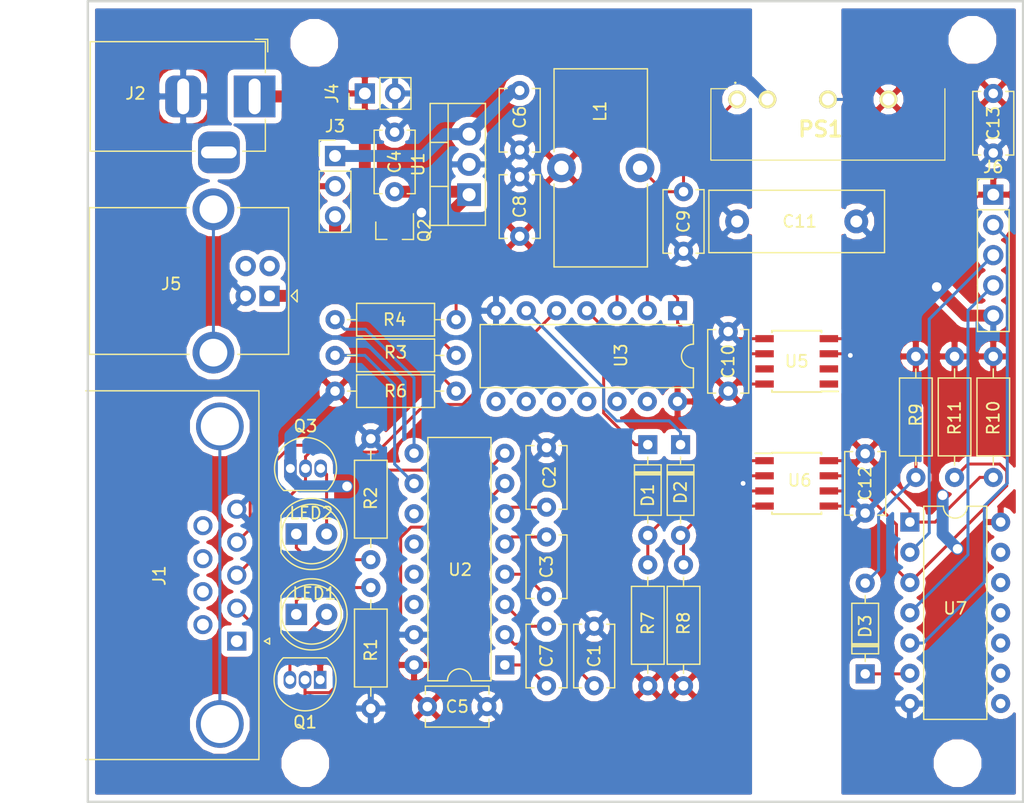
<source format=kicad_pcb>
(kicad_pcb (version 20171130) (host pcbnew 5.0.2+dfsg1-1)
  (layers (0 F.Cu signal) (31 B.Cu signal) (34 B.Paste user) (35 F.Paste user) (36 B.SilkS user) (37 F.SilkS user) (38 B.Mask user) (39 F.Mask user) (44 Edge.Cuts user))
  (net 0 "")
  (net 1 GND)
  (net 2 "Net-(C1-Pad2)")
  (net 3 "Net-(C2-Pad2)")
  (net 4 "Net-(C3-Pad2)")
  (net 5 "Net-(C3-Pad1)")
  (net 6 BJ_PWR)
  (net 7 "Net-(C7-Pad2)")
  (net 8 "Net-(C7-Pad1)")
  (net 9 "Net-(C9-Pad1)")
  (net 10 GNDA)
  (net 11 +5VA)
  (net 12 "Net-(D1-Pad1)")
  (net 13 "Net-(D1-Pad2)")
  (net 14 "Net-(D2-Pad1)")
  (net 15 "Net-(D2-Pad2)")
  (net 16 "Net-(D3-Pad2)")
  (net 17 "Net-(D3-Pad1)")
  (net 18 "Net-(J1-Pad1)")
  (net 19 "Net-(J1-Pad2)")
  (net 20 "Net-(J1-Pad3)")
  (net 21 DTR)
  (net 22 "Net-(J1-Pad6)")
  (net 23 "Net-(J1-Pad7)")
  (net 24 "Net-(J1-Pad8)")
  (net 25 "Net-(J1-Pad9)")
  (net 26 "Net-(J1-Pad0)")
  (net 27 "Net-(J2-Pad1)")
  (net 28 USB_PWR)
  (net 29 "Net-(J5-Pad2)")
  (net 30 "Net-(J5-Pad3)")
  (net 31 "Net-(J5-Pad5)")
  (net 32 RX)
  (net 33 TX)
  (net 34 RST)
  (net 35 "Net-(LED1-Pad2)")
  (net 36 "Net-(LED1-Pad1)")
  (net 37 "Net-(LED2-Pad1)")
  (net 38 "Net-(LED2-Pad2)")
  (net 39 uartRX)
  (net 40 "Net-(R3-Pad1)")
  (net 41 "Net-(R4-Pad1)")
  (net 42 uartTX)
  (net 43 "Net-(R6-Pad2)")
  (net 44 "Net-(R10-Pad1)")
  (net 45 "Net-(R11-Pad1)")
  (net 46 "Net-(U2-Pad11)")
  (net 47 "Net-(U2-Pad12)")
  (net 48 "Net-(U2-Pad13)")
  (net 49 "Net-(U2-Pad14)")
  (net 50 "Net-(U5-Pad1)")
  (net 51 "Net-(U5-Pad2)")
  (net 52 "Net-(U5-Pad7)")
  (net 53 "Net-(C4-Pad1)")
  (net 54 +5V)
  (module MountingHole:MountingHole_3mm (layer F.Cu) (at 108.25 44.5)
    (fp_text reference "" hide)
    (fp_text value MountingHole_3mm)
    (pad 1 np_thru_hole circle (at 0 0) (size 3 3) (drill 3) (layers *.Cu *.Mask))
  )
  (module MountingHole:MountingHole_3mm (layer F.Cu) (at 52.25 105.25)
    (fp_text reference "" hide)
    (fp_text value MountingHole_3mm)
    (pad 1 np_thru_hole circle (at 0 0) (size 3 3) (drill 3) (layers *.Cu *.Mask))
  )
  (module MountingHole:MountingHole_3mm (layer F.Cu) (at 53 44.75)
    (fp_text reference "" hide)
    (fp_text value MountingHole_3mm)
    (pad 1 np_thru_hole circle (at 0 0) (size 3 3) (drill 3) (layers *.Cu *.Mask))
  )
  (module B0505LS-1WR3:B0505LS1WR3 (layer F.Cu) (at 88.5 49.5)
    (fp_text reference PS1 (at 7 2.5) (layer F.SilkS) (effects (font (size 1.27 1.27) (thickness 0.254))))
    (fp_text value B0505LS-1WR3 hide)
    (pad 6 thru_hole circle (at 12.7 0 90) (size 1.5 1.5) (drill 1) (layers *.Cu *.Mask F.SilkS) (net 11 +5VA))
    (pad 4 thru_hole circle (at 7.62 0 90) (size 1.5 1.5) (drill 1) (layers *.Cu *.Mask F.SilkS) (net 10 GNDA))
    (pad 2 thru_hole circle (at 2.54 0 90) (size 1.5 1.5) (drill 1) (layers *.Cu *.Mask F.SilkS) (net 1 GND))
    (pad 1 thru_hole circle (at 0 0 90) (size 1.5 1.5) (drill 1) (layers *.Cu *.Mask F.SilkS) (net 9 "Net-(C9-Pad1)"))
  )
  (module Diode_THT:D_DO-35_SOD27_P7.62mm_Horizontal (layer F.Cu) (at 83.75 78.5 270)
    (fp_text reference D2 (at 4 0 270) (layer F.SilkS))
    (fp_text value 1N4148)
    (fp_text user "" (at 0 -1.8 270) (layer F.SilkS))
    (pad 2 thru_hole oval (at 7.62 0 270) (size 1.6 1.6) (drill 0.8) (layers *.Cu *.Mask) (net 15 "Net-(D2-Pad2)"))
    (pad 1 thru_hole rect (at 0 0 270) (size 1.6 1.6) (drill 0.8) (layers *.Cu *.Mask) (net 14 "Net-(D2-Pad1)"))
  )
  (module Capacitor_THT:C_Disc_D5.1mm_W3.2mm_P5.00mm (layer F.Cu) (at 76.5 93.75 270)
    (fp_text reference C1 (at 2.5 0 270) (layer F.SilkS))
    (fp_text value 1uF)
    (pad 1 thru_hole circle (at 0 0 270) (size 1.6 1.6) (drill 0.8) (layers *.Cu *.Mask) (net 1 GND))
    (pad 2 thru_hole circle (at 5 0 270) (size 1.6 1.6) (drill 0.8) (layers *.Cu *.Mask) (net 2 "Net-(C1-Pad2)"))
  )
  (module Capacitor_THT:C_Disc_D5.1mm_W3.2mm_P5.00mm (layer F.Cu) (at 72.5 78.75 270)
    (fp_text reference C2 (at 2.5 -0.25 270) (layer F.SilkS))
    (fp_text value 1uF)
    (pad 2 thru_hole circle (at 5 0 270) (size 1.6 1.6) (drill 0.8) (layers *.Cu *.Mask) (net 3 "Net-(C2-Pad2)"))
    (pad 1 thru_hole circle (at 0 0 270) (size 1.6 1.6) (drill 0.8) (layers *.Cu *.Mask) (net 1 GND))
  )
  (module Capacitor_THT:C_Disc_D5.1mm_W3.2mm_P5.00mm (layer F.Cu) (at 72.5 91.25 90)
    (fp_text reference C3 (at 2.5 0 90) (layer F.SilkS))
    (fp_text value 1uF)
    (pad 2 thru_hole circle (at 5 0 90) (size 1.6 1.6) (drill 0.8) (layers *.Cu *.Mask) (net 4 "Net-(C3-Pad2)"))
    (pad 1 thru_hole circle (at 0 0 90) (size 1.6 1.6) (drill 0.8) (layers *.Cu *.Mask) (net 5 "Net-(C3-Pad1)"))
  )
  (module Capacitor_THT:C_Disc_D5.1mm_W3.2mm_P5.00mm (layer F.Cu) (at 59.75 57.25 90)
    (fp_text reference C4 (at 2.5 0 90) (layer F.SilkS))
    (fp_text value 0.22uF)
    (pad 2 thru_hole circle (at 5 0 90) (size 1.6 1.6) (drill 0.8) (layers *.Cu *.Mask) (net 1 GND))
    (pad 1 thru_hole circle (at 0 0 90) (size 1.6 1.6) (drill 0.8) (layers *.Cu *.Mask) (net 53 "Net-(C4-Pad1)"))
  )
  (module Capacitor_THT:C_Disc_D5.1mm_W3.2mm_P5.00mm (layer F.Cu) (at 67.5 100.5 180)
    (fp_text reference C5 (at 2.5 0 180) (layer F.SilkS))
    (fp_text value 1uF)
    (pad 1 thru_hole circle (at 0 0 180) (size 1.6 1.6) (drill 0.8) (layers *.Cu *.Mask) (net 1 GND))
    (pad 2 thru_hole circle (at 5 0 180) (size 1.6 1.6) (drill 0.8) (layers *.Cu *.Mask) (net 54 +5V))
  )
  (module Capacitor_THT:C_Disc_D5.1mm_W3.2mm_P5.00mm (layer F.Cu) (at 70.25 48.75 270)
    (fp_text reference C6 (at 2.25 0 270) (layer F.SilkS))
    (fp_text value 0.1uF)
    (pad 1 thru_hole circle (at 0 0 270) (size 1.6 1.6) (drill 0.8) (layers *.Cu *.Mask) (net 6 BJ_PWR))
    (pad 2 thru_hole circle (at 5 0 270) (size 1.6 1.6) (drill 0.8) (layers *.Cu *.Mask) (net 1 GND))
  )
  (module Capacitor_THT:C_Disc_D5.1mm_W3.2mm_P5.00mm (layer F.Cu) (at 72.5 98.75 90)
    (fp_text reference C7 (at 2.5 0 90) (layer F.SilkS))
    (fp_text value 1uF)
    (pad 2 thru_hole circle (at 5 0 90) (size 1.6 1.6) (drill 0.8) (layers *.Cu *.Mask) (net 7 "Net-(C7-Pad2)"))
    (pad 1 thru_hole circle (at 0 0 90) (size 1.6 1.6) (drill 0.8) (layers *.Cu *.Mask) (net 8 "Net-(C7-Pad1)"))
  )
  (module Capacitor_THT:C_Disc_D5.1mm_W3.2mm_P5.00mm (layer F.Cu) (at 70.25 61 90)
    (fp_text reference C8 (at 2.5 0 90) (layer F.SilkS))
    (fp_text value 4.7uF)
    (pad 1 thru_hole circle (at 0 0 90) (size 1.6 1.6) (drill 0.8) (layers *.Cu *.Mask) (net 54 +5V))
    (pad 2 thru_hole circle (at 5 0 90) (size 1.6 1.6) (drill 0.8) (layers *.Cu *.Mask) (net 1 GND))
  )
  (module Capacitor_THT:C_Disc_D5.1mm_W3.2mm_P5.00mm (layer F.Cu) (at 84 57.25 270)
    (fp_text reference C9 (at 2.5 0 270) (layer F.SilkS))
    (fp_text value 4.7uF)
    (pad 1 thru_hole circle (at 0 0 270) (size 1.6 1.6) (drill 0.8) (layers *.Cu *.Mask) (net 9 "Net-(C9-Pad1)"))
    (pad 2 thru_hole circle (at 5 0 270) (size 1.6 1.6) (drill 0.8) (layers *.Cu *.Mask) (net 1 GND))
  )
  (module Capacitor_THT:C_Disc_D5.1mm_W3.2mm_P5.00mm (layer F.Cu) (at 87.75 69 270)
    (fp_text reference C10 (at 2.5 0 270) (layer F.SilkS))
    (fp_text value 0.1uF)
    (pad 2 thru_hole circle (at 5 0 270) (size 1.6 1.6) (drill 0.8) (layers *.Cu *.Mask) (net 54 +5V))
    (pad 1 thru_hole circle (at 0 0 270) (size 1.6 1.6) (drill 0.8) (layers *.Cu *.Mask) (net 1 GND))
  )
  (module Capacitor_THT:C_Disc_D14.5mm_W5.0mm_P10.00mm (layer F.Cu) (at 88.5 59.75)
    (fp_text reference C11 (at 5.25 0) (layer F.SilkS))
    (fp_text value 1nF/4KVDC)
    (pad 1 thru_hole circle (at 0 0) (size 2 2) (drill 1) (layers *.Cu *.Mask) (net 1 GND))
    (pad 2 thru_hole circle (at 10 0) (size 2 2) (drill 1) (layers *.Cu *.Mask) (net 10 GNDA))
  )
  (module Capacitor_THT:C_Disc_D5.1mm_W3.2mm_P5.00mm (layer F.Cu) (at 99.25 79.25 270)
    (fp_text reference C12 (at 2.5 0 270) (layer F.SilkS))
    (fp_text value 0.1uF)
    (pad 1 thru_hole circle (at 0 0 270) (size 1.6 1.6) (drill 0.8) (layers *.Cu *.Mask) (net 11 +5VA))
    (pad 2 thru_hole circle (at 5 0 270) (size 1.6 1.6) (drill 0.8) (layers *.Cu *.Mask) (net 10 GNDA))
  )
  (module Capacitor_THT:C_Disc_D5.1mm_W3.2mm_P5.00mm (layer F.Cu) (at 110 49 270)
    (fp_text reference C13 (at 2.5 0 270) (layer F.SilkS))
    (fp_text value 4.7uF)
    (pad 2 thru_hole circle (at 5 0 270) (size 1.6 1.6) (drill 0.8) (layers *.Cu *.Mask) (net 10 GNDA))
    (pad 1 thru_hole circle (at 0 0 270) (size 1.6 1.6) (drill 0.8) (layers *.Cu *.Mask) (net 11 +5VA))
  )
  (module Diode_THT:D_DO-35_SOD27_P7.62mm_Horizontal (layer F.Cu) (at 81 78.5 270)
    (fp_text reference D1 (at 4.25 0 270) (layer F.SilkS))
    (fp_text value 1N4148)
    (fp_text user "" (at 0 -1.8 270) (layer F.SilkS))
    (pad 1 thru_hole rect (at 0 0 270) (size 1.6 1.6) (drill 0.8) (layers *.Cu *.Mask) (net 12 "Net-(D1-Pad1)"))
    (pad 2 thru_hole oval (at 7.62 0 270) (size 1.6 1.6) (drill 0.8) (layers *.Cu *.Mask) (net 13 "Net-(D1-Pad2)"))
  )
  (module Diode_THT:D_DO-35_SOD27_P7.62mm_Horizontal (layer F.Cu) (at 99.25 97.75 90)
    (fp_text reference D3 (at 4 0 90) (layer F.SilkS))
    (fp_text value 1N4148)
    (fp_text user "" (at 0 -1.8 90) (layer F.SilkS))
    (pad 1 thru_hole rect (at 0 0 90) (size 1.6 1.6) (drill 0.8) (layers *.Cu *.Mask) (net 17 "Net-(D3-Pad1)"))
    (pad 2 thru_hole oval (at 7.62 0 90) (size 1.6 1.6) (drill 0.8) (layers *.Cu *.Mask) (net 16 "Net-(D3-Pad2)"))
  )
  (module Connector_Dsub:DSUB-9_Female_Horizontal_P2.77x2.84mm_EdgePinOffset9.90mm_Housed_MountingHolesOffset11.32mm (layer F.Cu) (at 46.5 95 270)
    (fp_text reference J1 (at -5.5 6.5 270) (layer F.SilkS))
    (fp_text value DB9_Female_MountingHoles)
    (pad 1 thru_hole rect (at 0 0 270) (size 1.6 1.6) (drill 1) (layers *.Cu *.Mask) (net 18 "Net-(J1-Pad1)"))
    (pad 2 thru_hole circle (at -2.77 0 270) (size 1.6 1.6) (drill 1) (layers *.Cu *.Mask) (net 19 "Net-(J1-Pad2)"))
    (pad 3 thru_hole circle (at -5.54 0 270) (size 1.6 1.6) (drill 1) (layers *.Cu *.Mask) (net 20 "Net-(J1-Pad3)"))
    (pad 4 thru_hole circle (at -8.31 0 270) (size 1.6 1.6) (drill 1) (layers *.Cu *.Mask) (net 21 DTR))
    (pad 5 thru_hole circle (at -11.08 0 270) (size 1.6 1.6) (drill 1) (layers *.Cu *.Mask) (net 1 GND))
    (pad 6 thru_hole circle (at -1.385 2.84 270) (size 1.6 1.6) (drill 1) (layers *.Cu *.Mask) (net 22 "Net-(J1-Pad6)"))
    (pad 7 thru_hole circle (at -4.155 2.84 270) (size 1.6 1.6) (drill 1) (layers *.Cu *.Mask) (net 23 "Net-(J1-Pad7)"))
    (pad 8 thru_hole circle (at -6.925 2.84 270) (size 1.6 1.6) (drill 1) (layers *.Cu *.Mask) (net 24 "Net-(J1-Pad8)"))
    (pad 9 thru_hole circle (at -9.695 2.84 270) (size 1.6 1.6) (drill 1) (layers *.Cu *.Mask) (net 25 "Net-(J1-Pad9)"))
    (pad 0 thru_hole circle (at -18.04 1.42 270) (size 4 4) (drill 3.2) (layers *.Cu *.Mask) (net 26 "Net-(J1-Pad0)"))
    (pad 0 thru_hole circle (at 6.96 1.42 270) (size 4 4) (drill 3.2) (layers *.Cu *.Mask) (net 26 "Net-(J1-Pad0)"))
  )
  (module Connector_BarrelJack:BarrelJack_Horizontal (layer F.Cu) (at 48 49.25)
    (fp_text reference J2 (at -10 -0.25) (layer F.SilkS))
    (fp_text value Barrel_Jack)
    (pad 1 thru_hole rect (at 0 0) (size 3.5 3.5) (drill oval 1 3) (layers *.Cu *.Mask) (net 27 "Net-(J2-Pad1)"))
    (pad 2 thru_hole roundrect (at -6 0) (size 3 3.5) (drill oval 1 3) (layers *.Cu *.Mask) (net 1 GND))
    (pad 3 thru_hole roundrect (at -3 4.7) (size 3.5 3.5) (drill oval 3 1) (layers *.Cu *.Mask))
  )
  (module Connector_PinHeader_2.54mm:PinHeader_1x03_P2.54mm_Vertical (layer F.Cu) (at 54.75 54.25)
    (fp_text reference J3 (at 0 -2.5) (layer F.SilkS))
    (fp_text value Conn_01x03_Male)
    (pad 1 thru_hole rect (at 0 0) (size 1.7 1.7) (drill 1) (layers *.Cu *.Mask) (net 6 BJ_PWR))
    (pad 2 thru_hole oval (at 0 2.54) (size 1.7 1.7) (drill 1) (layers *.Cu *.Mask) (net 54 +5V))
    (pad 3 thru_hole oval (at 0 5.08) (size 1.7 1.7) (drill 1) (layers *.Cu *.Mask) (net 28 USB_PWR))
  )
  (module Connector_PinHeader_2.54mm:PinHeader_1x02_P2.54mm_Vertical (layer F.Cu) (at 57.25 49 90)
    (fp_text reference J4 (at 0 -2.75 90) (layer F.SilkS))
    (fp_text value Conn_01x02_Male)
    (pad 1 thru_hole rect (at 0 0 90) (size 1.7 1.7) (drill 1) (layers *.Cu *.Mask) (net 54 +5V))
    (pad 2 thru_hole oval (at 0 2.54 90) (size 1.7 1.7) (drill 1) (layers *.Cu *.Mask) (net 1 GND))
  )
  (module Connector_USB:USB_B_OST_USB-B1HSxx_Horizontal (layer F.Cu) (at 49.25 66 180)
    (fp_text reference J5 (at 8.25 1 180) (layer F.SilkS))
    (fp_text value USB_B)
    (pad 1 thru_hole rect (at 0 0 180) (size 1.7 1.7) (drill 0.92) (layers *.Cu *.Mask) (net 28 USB_PWR))
    (pad 2 thru_hole circle (at 0 2.5 180) (size 1.7 1.7) (drill 0.92) (layers *.Cu *.Mask) (net 29 "Net-(J5-Pad2)"))
    (pad 3 thru_hole circle (at 2 2.5 180) (size 1.7 1.7) (drill 0.92) (layers *.Cu *.Mask) (net 30 "Net-(J5-Pad3)"))
    (pad 4 thru_hole circle (at 2 0 180) (size 1.7 1.7) (drill 0.92) (layers *.Cu *.Mask) (net 1 GND))
    (pad 5 thru_hole circle (at 4.71 -4.77 180) (size 3.5 3.5) (drill 2.33) (layers *.Cu *.Mask) (net 31 "Net-(J5-Pad5)"))
    (pad 5 thru_hole circle (at 4.71 7.27 180) (size 3.5 3.5) (drill 2.33) (layers *.Cu *.Mask) (net 31 "Net-(J5-Pad5)"))
  )
  (module Connector_PinHeader_2.54mm:PinHeader_1x05_P2.54mm_Vertical (layer F.Cu) (at 110 57.5)
    (fp_text reference J6 (at 0 -2.33) (layer F.SilkS))
    (fp_text value Conn_01x05_Male)
    (pad 1 thru_hole rect (at 0 0) (size 1.7 1.7) (drill 1) (layers *.Cu *.Mask) (net 11 +5VA))
    (pad 2 thru_hole oval (at 0 2.54) (size 1.7 1.7) (drill 1) (layers *.Cu *.Mask) (net 32 RX))
    (pad 3 thru_hole oval (at 0 5.08) (size 1.7 1.7) (drill 1) (layers *.Cu *.Mask) (net 33 TX))
    (pad 4 thru_hole oval (at 0 7.62) (size 1.7 1.7) (drill 1) (layers *.Cu *.Mask) (net 34 RST))
    (pad 5 thru_hole oval (at 0 10.16) (size 1.7 1.7) (drill 1) (layers *.Cu *.Mask) (net 10 GNDA))
  )
  (module Inductor_THT:L_Toroid_Vertical_L16.4mm_W7.6mm_P6.60mm_Vishay_TJ3 (layer F.Cu) (at 73.75 55.25 90)
    (fp_text reference L1 (at 4.75 3.25 90) (layer F.SilkS))
    (fp_text value 6.8uH)
    (pad 1 thru_hole circle (at 0 0 90) (size 2.4 2.4) (drill 1.2) (layers *.Cu *.Mask) (net 54 +5V))
    (pad 2 thru_hole circle (at 0 6.6 90) (size 2.4 2.4) (drill 1.2) (layers *.Cu *.Mask) (net 9 "Net-(C9-Pad1)"))
  )
  (module LED_THT:LED_D5.0mm (layer F.Cu) (at 51.5 92.75)
    (fp_text reference LED1 (at 1.5 -1.75) (layer F.SilkS))
    (fp_text value LED)
    (pad 1 thru_hole rect (at 0 0) (size 1.8 1.8) (drill 0.9) (layers *.Cu *.Mask) (net 36 "Net-(LED1-Pad1)"))
    (pad 2 thru_hole circle (at 2.54 0) (size 1.8 1.8) (drill 0.9) (layers *.Cu *.Mask) (net 35 "Net-(LED1-Pad2)"))
  )
  (module LED_THT:LED_D5.0mm (layer F.Cu) (at 51.5 86)
    (fp_text reference LED2 (at 1.25 -1.75) (layer F.SilkS))
    (fp_text value LED)
    (pad 2 thru_hole circle (at 2.54 0) (size 1.8 1.8) (drill 0.9) (layers *.Cu *.Mask) (net 38 "Net-(LED2-Pad2)"))
    (pad 1 thru_hole rect (at 0 0) (size 1.8 1.8) (drill 0.9) (layers *.Cu *.Mask) (net 37 "Net-(LED2-Pad1)"))
  )
  (module Package_TO_SOT_THT:TO-92_Inline (layer F.Cu) (at 53.5 98.25 180)
    (fp_text reference Q1 (at 1.27 -3.56 180) (layer F.SilkS))
    (fp_text value 2N3905)
    (pad 2 thru_hole oval (at 1.27 0 180) (size 1.05 1.5) (drill 0.75) (layers *.Cu *.Mask) (net 19 "Net-(J1-Pad2)"))
    (pad 3 thru_hole oval (at 2.54 0 180) (size 1.05 1.5) (drill 0.75) (layers *.Cu *.Mask) (net 35 "Net-(LED1-Pad2)"))
    (pad 1 thru_hole rect (at 0 0 180) (size 1.05 1.5) (drill 0.75) (layers *.Cu *.Mask) (net 54 +5V))
  )
  (module Package_TO_SOT_SMD:SOT-23 (layer F.Cu) (at 59.75 60.5 270)
    (fp_text reference Q2 (at 0 -2.5 270) (layer F.SilkS))
    (fp_text value AO3407A)
    (pad 1 smd rect (at -1 -0.95 270) (size 0.9 0.8) (layers F.Cu F.Paste F.Mask) (net 1 GND))
    (pad 2 smd rect (at -1 0.95 270) (size 0.9 0.8) (layers F.Cu F.Paste F.Mask) (net 27 "Net-(J2-Pad1)"))
    (pad 3 smd rect (at 1 0 270) (size 0.9 0.8) (layers F.Cu F.Paste F.Mask) (net 53 "Net-(C4-Pad1)"))
  )
  (module Package_TO_SOT_THT:TO-92_Inline (layer F.Cu) (at 51 80.5)
    (fp_text reference Q3 (at 1.27 -3.56) (layer F.SilkS))
    (fp_text value 2N3905)
    (pad 1 thru_hole rect (at 0 0) (size 1.05 1.5) (drill 0.75) (layers *.Cu *.Mask) (net 54 +5V))
    (pad 3 thru_hole oval (at 2.54 0) (size 1.05 1.5) (drill 0.75) (layers *.Cu *.Mask) (net 38 "Net-(LED2-Pad2)"))
    (pad 2 thru_hole oval (at 1.27 0) (size 1.05 1.5) (drill 0.75) (layers *.Cu *.Mask) (net 20 "Net-(J1-Pad3)"))
  )
  (module Resistor_THT:R_Axial_DIN0207_L6.3mm_D2.5mm_P10.16mm_Horizontal (layer F.Cu) (at 57.75 90.5 270)
    (fp_text reference R1 (at 5.25 0 270) (layer F.SilkS))
    (fp_text value 220)
    (pad 2 thru_hole oval (at 10.16 0 270) (size 1.6 1.6) (drill 0.8) (layers *.Cu *.Mask) (net 1 GND))
    (pad 1 thru_hole circle (at 0 0 270) (size 1.6 1.6) (drill 0.8) (layers *.Cu *.Mask) (net 36 "Net-(LED1-Pad1)"))
  )
  (module Resistor_THT:R_Axial_DIN0207_L6.3mm_D2.5mm_P10.16mm_Horizontal (layer F.Cu) (at 57.75 78 270)
    (fp_text reference R2 (at 5 0 270) (layer F.SilkS))
    (fp_text value 220)
    (pad 1 thru_hole circle (at 0 0 270) (size 1.6 1.6) (drill 0.8) (layers *.Cu *.Mask) (net 1 GND))
    (pad 2 thru_hole oval (at 10.16 0 270) (size 1.6 1.6) (drill 0.8) (layers *.Cu *.Mask) (net 37 "Net-(LED2-Pad1)"))
  )
  (module Resistor_THT:R_Axial_DIN0207_L6.3mm_D2.5mm_P10.16mm_Horizontal (layer F.Cu) (at 54.75 71)
    (fp_text reference R3 (at 5.08 -0.25) (layer F.SilkS))
    (fp_text value 1k)
    (pad 2 thru_hole oval (at 10.16 0) (size 1.6 1.6) (drill 0.8) (layers *.Cu *.Mask) (net 39 uartRX))
    (pad 1 thru_hole circle (at 0 0) (size 1.6 1.6) (drill 0.8) (layers *.Cu *.Mask) (net 40 "Net-(R3-Pad1)"))
  )
  (module Resistor_THT:R_Axial_DIN0207_L6.3mm_D2.5mm_P10.16mm_Horizontal (layer F.Cu) (at 54.75 68)
    (fp_text reference R4 (at 5 0) (layer F.SilkS))
    (fp_text value 1k)
    (pad 1 thru_hole circle (at 0 0) (size 1.6 1.6) (drill 0.8) (layers *.Cu *.Mask) (net 41 "Net-(R4-Pad1)"))
    (pad 2 thru_hole oval (at 10.16 0) (size 1.6 1.6) (drill 0.8) (layers *.Cu *.Mask) (net 42 uartTX))
  )
  (module Resistor_THT:R_Axial_DIN0207_L6.3mm_D2.5mm_P10.16mm_Horizontal (layer F.Cu) (at 54.75 74)
    (fp_text reference R6 (at 5.08 0) (layer F.SilkS))
    (fp_text value 390)
    (pad 1 thru_hole circle (at 0 0) (size 1.6 1.6) (drill 0.8) (layers *.Cu *.Mask) (net 54 +5V))
    (pad 2 thru_hole oval (at 10.16 0) (size 1.6 1.6) (drill 0.8) (layers *.Cu *.Mask) (net 43 "Net-(R6-Pad2)"))
  )
  (module Resistor_THT:R_Axial_DIN0207_L6.3mm_D2.5mm_P10.16mm_Horizontal (layer F.Cu) (at 81 98.75 90)
    (fp_text reference R7 (at 5.25 0 90) (layer F.SilkS))
    (fp_text value 470)
    (pad 2 thru_hole oval (at 10.16 0 90) (size 1.6 1.6) (drill 0.8) (layers *.Cu *.Mask) (net 13 "Net-(D1-Pad2)"))
    (pad 1 thru_hole circle (at 0 0 90) (size 1.6 1.6) (drill 0.8) (layers *.Cu *.Mask) (net 54 +5V))
  )
  (module Resistor_THT:R_Axial_DIN0207_L6.3mm_D2.5mm_P10.16mm_Horizontal (layer F.Cu) (at 84 98.75 90)
    (fp_text reference R8 (at 5.25 0 90) (layer F.SilkS))
    (fp_text value 470)
    (pad 1 thru_hole circle (at 0 0 90) (size 1.6 1.6) (drill 0.8) (layers *.Cu *.Mask) (net 54 +5V))
    (pad 2 thru_hole oval (at 10.16 0 90) (size 1.6 1.6) (drill 0.8) (layers *.Cu *.Mask) (net 15 "Net-(D2-Pad2)"))
  )
  (module Resistor_THT:R_Axial_DIN0207_L6.3mm_D2.5mm_P10.16mm_Horizontal (layer F.Cu) (at 103.5 81.25 90)
    (fp_text reference R9 (at 5.25 0 90) (layer F.SilkS))
    (fp_text value 470)
    (pad 2 thru_hole oval (at 10.16 0 90) (size 1.6 1.6) (drill 0.8) (layers *.Cu *.Mask) (net 11 +5VA))
    (pad 1 thru_hole circle (at 0 0 90) (size 1.6 1.6) (drill 0.8) (layers *.Cu *.Mask) (net 16 "Net-(D3-Pad2)"))
  )
  (module Resistor_THT:R_Axial_DIN0207_L6.3mm_D2.5mm_P10.16mm_Horizontal (layer F.Cu) (at 110 81.25 90)
    (fp_text reference R10 (at 5 0 90) (layer F.SilkS))
    (fp_text value 390)
    (pad 2 thru_hole oval (at 10.16 0 90) (size 1.6 1.6) (drill 0.8) (layers *.Cu *.Mask) (net 11 +5VA))
    (pad 1 thru_hole circle (at 0 0 90) (size 1.6 1.6) (drill 0.8) (layers *.Cu *.Mask) (net 44 "Net-(R10-Pad1)"))
  )
  (module Resistor_THT:R_Axial_DIN0207_L6.3mm_D2.5mm_P10.16mm_Horizontal (layer F.Cu) (at 106.75 81.25 90)
    (fp_text reference R11 (at 5 0 90) (layer F.SilkS))
    (fp_text value 390)
    (pad 1 thru_hole circle (at 0 0 90) (size 1.6 1.6) (drill 0.8) (layers *.Cu *.Mask) (net 45 "Net-(R11-Pad1)"))
    (pad 2 thru_hole oval (at 10.16 0 90) (size 1.6 1.6) (drill 0.8) (layers *.Cu *.Mask) (net 11 +5VA))
  )
  (module Package_TO_SOT_THT:TO-220-3_Vertical (layer F.Cu) (at 66 57.5 90)
    (fp_text reference U1 (at 2.54 -4.27 90) (layer F.SilkS))
    (fp_text value L7805)
    (pad 1 thru_hole rect (at 0 0 90) (size 1.905 2) (drill 1.1) (layers *.Cu *.Mask) (net 53 "Net-(C4-Pad1)"))
    (pad 2 thru_hole oval (at 2.54 0 90) (size 1.905 2) (drill 1.1) (layers *.Cu *.Mask) (net 1 GND))
    (pad 3 thru_hole oval (at 5.08 0 90) (size 1.905 2) (drill 1.1) (layers *.Cu *.Mask) (net 6 BJ_PWR))
  )
  (module Package_DIP:DIP-16_W7.62mm (layer F.Cu) (at 69 97 180)
    (fp_text reference U2 (at 3.75 8 180) (layer F.SilkS))
    (fp_text value MAX232)
    (pad 1 thru_hole rect (at 0 0 180) (size 1.6 1.6) (drill 0.8) (layers *.Cu *.Mask) (net 8 "Net-(C7-Pad1)"))
    (pad 9 thru_hole oval (at 7.62 17.78 180) (size 1.6 1.6) (drill 0.8) (layers *.Cu *.Mask) (net 41 "Net-(R4-Pad1)"))
    (pad 2 thru_hole oval (at 0 2.54 180) (size 1.6 1.6) (drill 0.8) (layers *.Cu *.Mask) (net 2 "Net-(C1-Pad2)"))
    (pad 10 thru_hole oval (at 7.62 15.24 180) (size 1.6 1.6) (drill 0.8) (layers *.Cu *.Mask) (net 40 "Net-(R3-Pad1)"))
    (pad 3 thru_hole oval (at 0 5.08 180) (size 1.6 1.6) (drill 0.8) (layers *.Cu *.Mask) (net 7 "Net-(C7-Pad2)"))
    (pad 11 thru_hole oval (at 7.62 12.7 180) (size 1.6 1.6) (drill 0.8) (layers *.Cu *.Mask) (net 46 "Net-(U2-Pad11)"))
    (pad 4 thru_hole oval (at 0 7.62 180) (size 1.6 1.6) (drill 0.8) (layers *.Cu *.Mask) (net 5 "Net-(C3-Pad1)"))
    (pad 12 thru_hole oval (at 7.62 10.16 180) (size 1.6 1.6) (drill 0.8) (layers *.Cu *.Mask) (net 47 "Net-(U2-Pad12)"))
    (pad 5 thru_hole oval (at 0 10.16 180) (size 1.6 1.6) (drill 0.8) (layers *.Cu *.Mask) (net 4 "Net-(C3-Pad2)"))
    (pad 13 thru_hole oval (at 7.62 7.62 180) (size 1.6 1.6) (drill 0.8) (layers *.Cu *.Mask) (net 48 "Net-(U2-Pad13)"))
    (pad 6 thru_hole oval (at 0 12.7 180) (size 1.6 1.6) (drill 0.8) (layers *.Cu *.Mask) (net 3 "Net-(C2-Pad2)"))
    (pad 14 thru_hole oval (at 7.62 5.08 180) (size 1.6 1.6) (drill 0.8) (layers *.Cu *.Mask) (net 49 "Net-(U2-Pad14)"))
    (pad 7 thru_hole oval (at 0 15.24 180) (size 1.6 1.6) (drill 0.8) (layers *.Cu *.Mask) (net 19 "Net-(J1-Pad2)"))
    (pad 15 thru_hole oval (at 7.62 2.54 180) (size 1.6 1.6) (drill 0.8) (layers *.Cu *.Mask) (net 1 GND))
    (pad 8 thru_hole oval (at 0 17.78 180) (size 1.6 1.6) (drill 0.8) (layers *.Cu *.Mask) (net 20 "Net-(J1-Pad3)"))
    (pad 16 thru_hole oval (at 7.62 0 180) (size 1.6 1.6) (drill 0.8) (layers *.Cu *.Mask) (net 54 +5V))
  )
  (module Package_DIP:DIP-14_W7.62mm (layer F.Cu) (at 83.5 67.25 270)
    (fp_text reference U3 (at 3.75 4.75 270) (layer F.SilkS))
    (fp_text value 74HC14)
    (pad 14 thru_hole oval (at 7.62 0 270) (size 1.6 1.6) (drill 0.8) (layers *.Cu *.Mask) (net 54 +5V))
    (pad 7 thru_hole oval (at 0 15.24 270) (size 1.6 1.6) (drill 0.8) (layers *.Cu *.Mask) (net 1 GND))
    (pad 13 thru_hole oval (at 7.62 2.54 270) (size 1.6 1.6) (drill 0.8) (layers *.Cu *.Mask))
    (pad 6 thru_hole oval (at 0 12.7 270) (size 1.6 1.6) (drill 0.8) (layers *.Cu *.Mask) (net 14 "Net-(D2-Pad1)"))
    (pad 12 thru_hole oval (at 7.62 5.08 270) (size 1.6 1.6) (drill 0.8) (layers *.Cu *.Mask))
    (pad 5 thru_hole oval (at 0 10.16 270) (size 1.6 1.6) (drill 0.8) (layers *.Cu *.Mask) (net 21 DTR))
    (pad 11 thru_hole oval (at 7.62 7.62 270) (size 1.6 1.6) (drill 0.8) (layers *.Cu *.Mask))
    (pad 4 thru_hole oval (at 0 7.62 270) (size 1.6 1.6) (drill 0.8) (layers *.Cu *.Mask) (net 12 "Net-(D1-Pad1)"))
    (pad 10 thru_hole oval (at 7.62 10.16 270) (size 1.6 1.6) (drill 0.8) (layers *.Cu *.Mask))
    (pad 3 thru_hole oval (at 0 5.08 270) (size 1.6 1.6) (drill 0.8) (layers *.Cu *.Mask) (net 42 uartTX))
    (pad 9 thru_hole oval (at 7.62 12.7 270) (size 1.6 1.6) (drill 0.8) (layers *.Cu *.Mask))
    (pad 2 thru_hole oval (at 0 2.54 270) (size 1.6 1.6) (drill 0.8) (layers *.Cu *.Mask) (net 39 uartRX))
    (pad 8 thru_hole oval (at 7.62 15.24 270) (size 1.6 1.6) (drill 0.8) (layers *.Cu *.Mask))
    (pad 1 thru_hole rect (at 0 0 270) (size 1.6 1.6) (drill 0.8) (layers *.Cu *.Mask) (net 43 "Net-(R6-Pad2)"))
  )
  (module Package_SO:SOIC-8_3.9x4.9mm_P1.27mm (layer F.Cu) (at 93.5 71.5 180)
    (fp_text reference U5 (at 0 0 180) (layer F.SilkS))
    (fp_text value HCPL-0631)
    (pad 1 smd rect (at -2.7 -1.905 180) (size 1.55 0.6) (layers F.Cu F.Paste F.Mask) (net 50 "Net-(U5-Pad1)"))
    (pad 2 smd rect (at -2.7 -0.635 180) (size 1.55 0.6) (layers F.Cu F.Paste F.Mask) (net 51 "Net-(U5-Pad2)"))
    (pad 3 smd rect (at -2.7 0.635 180) (size 1.55 0.6) (layers F.Cu F.Paste F.Mask) (net 10 GNDA))
    (pad 4 smd rect (at -2.7 1.905 180) (size 1.55 0.6) (layers F.Cu F.Paste F.Mask) (net 16 "Net-(D3-Pad2)"))
    (pad 5 smd rect (at 2.7 1.905 180) (size 1.55 0.6) (layers F.Cu F.Paste F.Mask) (net 1 GND))
    (pad 6 smd rect (at 2.7 0.635 180) (size 1.55 0.6) (layers F.Cu F.Paste F.Mask) (net 43 "Net-(R6-Pad2)"))
    (pad 7 smd rect (at 2.7 -0.635 180) (size 1.55 0.6) (layers F.Cu F.Paste F.Mask) (net 52 "Net-(U5-Pad7)"))
    (pad 8 smd rect (at 2.7 -1.905 180) (size 1.55 0.6) (layers F.Cu F.Paste F.Mask) (net 54 +5V))
  )
  (module Package_SO:SOIC-8_3.9x4.9mm_P1.27mm (layer F.Cu) (at 93.5 81.75)
    (fp_text reference U6 (at 0.25 -0.25) (layer F.SilkS))
    (fp_text value HCPL-0631)
    (pad 8 smd rect (at 2.7 -1.905) (size 1.55 0.6) (layers F.Cu F.Paste F.Mask) (net 11 +5VA))
    (pad 7 smd rect (at 2.7 -0.635) (size 1.55 0.6) (layers F.Cu F.Paste F.Mask) (net 44 "Net-(R10-Pad1)"))
    (pad 6 smd rect (at 2.7 0.635) (size 1.55 0.6) (layers F.Cu F.Paste F.Mask) (net 45 "Net-(R11-Pad1)"))
    (pad 5 smd rect (at 2.7 1.905) (size 1.55 0.6) (layers F.Cu F.Paste F.Mask) (net 10 GNDA))
    (pad 4 smd rect (at -2.7 1.905) (size 1.55 0.6) (layers F.Cu F.Paste F.Mask) (net 15 "Net-(D2-Pad2)"))
    (pad 3 smd rect (at -2.7 0.635) (size 1.55 0.6) (layers F.Cu F.Paste F.Mask) (net 1 GND))
    (pad 2 smd rect (at -2.7 -0.635) (size 1.55 0.6) (layers F.Cu F.Paste F.Mask) (net 1 GND))
    (pad 1 smd rect (at -2.7 -1.905) (size 1.55 0.6) (layers F.Cu F.Paste F.Mask) (net 13 "Net-(D1-Pad2)"))
  )
  (module Package_DIP:DIP-14_W7.62mm (layer F.Cu) (at 103 85)
    (fp_text reference U7 (at 3.81 7.25) (layer F.SilkS))
    (fp_text value 74HC14)
    (pad 1 thru_hole rect (at 0 0) (size 1.6 1.6) (drill 0.8) (layers *.Cu *.Mask) (net 44 "Net-(R10-Pad1)"))
    (pad 8 thru_hole oval (at 7.62 15.24) (size 1.6 1.6) (drill 0.8) (layers *.Cu *.Mask))
    (pad 2 thru_hole oval (at 0 2.54) (size 1.6 1.6) (drill 0.8) (layers *.Cu *.Mask) (net 33 TX))
    (pad 9 thru_hole oval (at 7.62 12.7) (size 1.6 1.6) (drill 0.8) (layers *.Cu *.Mask))
    (pad 3 thru_hole oval (at 0 5.08) (size 1.6 1.6) (drill 0.8) (layers *.Cu *.Mask) (net 45 "Net-(R11-Pad1)"))
    (pad 10 thru_hole oval (at 7.62 10.16) (size 1.6 1.6) (drill 0.8) (layers *.Cu *.Mask))
    (pad 4 thru_hole oval (at 0 7.62) (size 1.6 1.6) (drill 0.8) (layers *.Cu *.Mask) (net 34 RST))
    (pad 11 thru_hole oval (at 7.62 7.62) (size 1.6 1.6) (drill 0.8) (layers *.Cu *.Mask))
    (pad 5 thru_hole oval (at 0 10.16) (size 1.6 1.6) (drill 0.8) (layers *.Cu *.Mask) (net 32 RX))
    (pad 12 thru_hole oval (at 7.62 5.08) (size 1.6 1.6) (drill 0.8) (layers *.Cu *.Mask))
    (pad 6 thru_hole oval (at 0 12.7) (size 1.6 1.6) (drill 0.8) (layers *.Cu *.Mask) (net 17 "Net-(D3-Pad1)"))
    (pad 13 thru_hole oval (at 7.62 2.54) (size 1.6 1.6) (drill 0.8) (layers *.Cu *.Mask))
    (pad 7 thru_hole oval (at 0 15.24) (size 1.6 1.6) (drill 0.8) (layers *.Cu *.Mask) (net 10 GNDA))
    (pad 14 thru_hole oval (at 7.62 0) (size 1.6 1.6) (drill 0.8) (layers *.Cu *.Mask) (net 11 +5VA))
  )
  (module MountingHole:MountingHole_3mm (layer F.Cu) (at 107 105.25)
    (fp_text reference "" hide)
    (fp_text value MountingHole_3mm)
    (pad 1 np_thru_hole circle (at 0 0) (size 3 3) (drill 3) (layers *.Cu *.Mask))
  )
  (gr_line (start 34 108.5) (end 34 41.25) (layer Edge.Cuts) (width 0.2))
  (gr_line (start 112.5 108.5) (end 34 108.5) (layer Edge.Cuts) (width 0.2))
  (gr_line (start 112.5 41.25) (end 112.5 108.5) (layer Edge.Cuts) (width 0.2))
  (gr_line (start 34 41.25) (end 112.5 41.25) (layer Edge.Cuts) (width 0.2))
  (via (at 62 59) (size 1) (drill 0.8) (layers F.Cu B.Cu) (net 1))
  (segment (start 61.5 59.5) (end 62 59) (width 1) (layer F.Cu) (net 1))
  (segment (start 60.7 59.5) (end 61.5 59.5) (width 1) (layer F.Cu) (net 1))
  (segment (start 90.290001 48.750001) (end 89.750001 48.750001) (width 0.25) (layer B.Cu) (net 1))
  (segment (start 91.04 49.5) (end 90.290001 48.750001) (width 0.25) (layer B.Cu) (net 1))
  (segment (start 88.345 69.595) (end 87.75 69) (width 0.25) (layer F.Cu) (net 1))
  (segment (start 90.8 69.595) (end 88.345 69.595) (width 0.25) (layer F.Cu) (net 1))
  (via (at 89 81.75) (size 0.8) (drill 0.4) (layers F.Cu B.Cu) (net 1))
  (segment (start 89.635 82.385) (end 89 81.75) (width 0.25) (layer F.Cu) (net 1))
  (segment (start 90.8 82.385) (end 89.635 82.385) (width 0.25) (layer F.Cu) (net 1))
  (segment (start 89.635 81.115) (end 89 81.75) (width 0.25) (layer F.Cu) (net 1))
  (segment (start 90.8 81.115) (end 89.635 81.115) (width 0.25) (layer F.Cu) (net 1))
  (segment (start 91.04 49.5) (end 89.54 48) (width 1) (layer B.Cu) (net 1))
  (segment (start 75.700001 97.950001) (end 76.5 98.75) (width 0.25) (layer F.Cu) (net 2))
  (segment (start 73.009999 95.259999) (end 75.700001 97.950001) (width 0.25) (layer F.Cu) (net 2))
  (segment (start 69.799999 95.259999) (end 73.009999 95.259999) (width 0.25) (layer F.Cu) (net 2))
  (segment (start 69 94.46) (end 69.799999 95.259999) (width 0.25) (layer F.Cu) (net 2))
  (segment (start 69.55 83.75) (end 69 84.3) (width 0.25) (layer F.Cu) (net 3))
  (segment (start 72.5 83.75) (end 69.55 83.75) (width 0.25) (layer F.Cu) (net 3))
  (segment (start 69.59 86.25) (end 69 86.84) (width 0.25) (layer F.Cu) (net 4))
  (segment (start 72.5 86.25) (end 69.59 86.25) (width 0.25) (layer F.Cu) (net 4))
  (segment (start 70.63 89.38) (end 69 89.38) (width 0.25) (layer F.Cu) (net 5))
  (segment (start 72.5 91.25) (end 70.63 89.38) (width 0.25) (layer F.Cu) (net 5))
  (segment (start 69.67 48.75) (end 66 52.42) (width 1) (layer B.Cu) (net 6))
  (segment (start 70.25 48.75) (end 69.67 48.75) (width 1) (layer B.Cu) (net 6))
  (segment (start 56.6 54.25) (end 54.75 54.25) (width 1) (layer B.Cu) (net 6))
  (segment (start 62.17 54.25) (end 56.6 54.25) (width 1) (layer B.Cu) (net 6))
  (segment (start 64 52.42) (end 62.17 54.25) (width 1) (layer B.Cu) (net 6))
  (segment (start 66 52.42) (end 64 52.42) (width 1) (layer B.Cu) (net 6))
  (segment (start 70.83 93.75) (end 69 91.92) (width 0.25) (layer F.Cu) (net 7))
  (segment (start 72.5 93.75) (end 70.83 93.75) (width 0.25) (layer F.Cu) (net 7))
  (segment (start 70.75 97) (end 69 97) (width 0.25) (layer F.Cu) (net 8))
  (segment (start 72.5 98.75) (end 70.75 97) (width 0.25) (layer F.Cu) (net 8))
  (segment (start 82.35 57.25) (end 84 57.25) (width 0.25) (layer F.Cu) (net 9))
  (segment (start 80.35 55.25) (end 82.35 57.25) (width 0.25) (layer F.Cu) (net 9))
  (segment (start 88.5 49.5) (end 84 54) (width 0.25) (layer F.Cu) (net 9))
  (segment (start 84 54) (end 84 57.25) (width 0.25) (layer F.Cu) (net 9))
  (segment (start 96.12 49.5) (end 97.5 49.5) (width 0.25) (layer B.Cu) (net 10))
  (via (at 98 71) (size 0.8) (drill 0.4) (layers F.Cu B.Cu) (net 10))
  (segment (start 97.865 70.865) (end 98 71) (width 0.25) (layer F.Cu) (net 10))
  (segment (start 96.2 70.865) (end 97.865 70.865) (width 0.25) (layer F.Cu) (net 10))
  (segment (start 98.655 83.655) (end 99.25 84.25) (width 0.25) (layer F.Cu) (net 10))
  (segment (start 96.2 83.655) (end 98.655 83.655) (width 0.25) (layer F.Cu) (net 10))
  (via (at 105.25 65.25) (size 1) (drill 0.8) (layers F.Cu B.Cu) (net 10))
  (segment (start 107.66 67.66) (end 105.25 65.25) (width 1) (layer F.Cu) (net 10))
  (segment (start 110 67.66) (end 107.66 67.66) (width 1) (layer F.Cu) (net 10))
  (segment (start 98.655 79.845) (end 99.25 79.25) (width 0.25) (layer F.Cu) (net 11))
  (segment (start 96.2 79.845) (end 98.655 79.845) (width 0.25) (layer F.Cu) (net 11))
  (via (at 105.75 82.75) (size 1) (drill 0.8) (layers F.Cu B.Cu) (net 11))
  (via (at 107 87.25) (size 1) (drill 0.8) (layers F.Cu B.Cu) (net 11))
  (segment (start 105.75 86) (end 107 87.25) (width 1) (layer B.Cu) (net 11))
  (segment (start 105.75 82.75) (end 105.75 86) (width 1) (layer B.Cu) (net 11))
  (segment (start 79.95 78.5) (end 81 78.5) (width 0.25) (layer F.Cu) (net 12))
  (segment (start 77.294999 75.844999) (end 79.95 78.5) (width 0.25) (layer F.Cu) (net 12))
  (segment (start 77.294999 68.664999) (end 77.294999 75.844999) (width 0.25) (layer F.Cu) (net 12))
  (segment (start 75.88 67.25) (end 77.294999 68.664999) (width 0.25) (layer F.Cu) (net 12))
  (segment (start 81 88.59) (end 81 86.12) (width 0.25) (layer F.Cu) (net 13))
  (segment (start 87.275 79.845) (end 90.8 79.845) (width 0.25) (layer F.Cu) (net 13))
  (segment (start 81 86.12) (end 87.275 79.845) (width 0.25) (layer F.Cu) (net 13))
  (segment (start 77.294999 73.744999) (end 77.294999 75.410001) (width 0.25) (layer B.Cu) (net 14))
  (segment (start 77.294999 75.410001) (end 78.384998 76.5) (width 0.25) (layer B.Cu) (net 14))
  (segment (start 70.8 67.25) (end 77.294999 73.744999) (width 0.25) (layer B.Cu) (net 14))
  (segment (start 83.75 77.45) (end 83.75 78.5) (width 0.25) (layer B.Cu) (net 14))
  (segment (start 82.8 76.5) (end 83.75 77.45) (width 0.25) (layer B.Cu) (net 14))
  (segment (start 78.384998 76.5) (end 82.8 76.5) (width 0.25) (layer B.Cu) (net 14))
  (segment (start 84 86.37) (end 83.75 86.12) (width 0.25) (layer F.Cu) (net 15))
  (segment (start 84 88.59) (end 84 86.37) (width 0.25) (layer F.Cu) (net 15))
  (segment (start 86.215 83.655) (end 90.8 83.655) (width 0.25) (layer F.Cu) (net 15))
  (segment (start 83.75 86.12) (end 86.215 83.655) (width 0.25) (layer F.Cu) (net 15))
  (segment (start 103.5 80.11863) (end 103.5 81.25) (width 0.25) (layer F.Cu) (net 16))
  (segment (start 103.5 75.426998) (end 103.5 80.11863) (width 0.25) (layer F.Cu) (net 16))
  (segment (start 97.668002 69.595) (end 103.5 75.426998) (width 0.25) (layer F.Cu) (net 16))
  (segment (start 96.2 69.595) (end 97.668002 69.595) (width 0.25) (layer F.Cu) (net 16))
  (segment (start 102.700001 82.049999) (end 103.5 81.25) (width 0.25) (layer B.Cu) (net 16))
  (segment (start 100.375001 84.374999) (end 102.700001 82.049999) (width 0.25) (layer B.Cu) (net 16))
  (segment (start 100.375001 89.004999) (end 100.375001 84.374999) (width 0.25) (layer B.Cu) (net 16))
  (segment (start 99.25 90.13) (end 100.375001 89.004999) (width 0.25) (layer B.Cu) (net 16))
  (segment (start 102.95 97.75) (end 103 97.7) (width 0.25) (layer F.Cu) (net 17))
  (segment (start 99.25 97.75) (end 102.95 97.75) (width 0.25) (layer F.Cu) (net 17))
  (segment (start 52.23 99.52) (end 52.23 98.25) (width 0.25) (layer F.Cu) (net 19))
  (segment (start 51.75 100) (end 52.23 99.52) (width 0.25) (layer F.Cu) (net 19))
  (segment (start 50.25 100) (end 51.75 100) (width 0.25) (layer F.Cu) (net 19))
  (segment (start 48.25 98) (end 50.25 100) (width 0.25) (layer F.Cu) (net 19))
  (segment (start 48.25 93.98) (end 48.25 98) (width 0.25) (layer F.Cu) (net 19))
  (segment (start 46.5 92.23) (end 48.25 93.98) (width 0.25) (layer F.Cu) (net 19))
  (segment (start 68.200001 82.559999) (end 69 81.76) (width 0.25) (layer F.Cu) (net 19))
  (segment (start 65.334999 85.425001) (end 68.200001 82.559999) (width 0.25) (layer F.Cu) (net 19))
  (segment (start 61.129997 85.425001) (end 65.334999 85.425001) (width 0.25) (layer F.Cu) (net 19))
  (segment (start 60.254999 86.299999) (end 61.129997 85.425001) (width 0.25) (layer F.Cu) (net 19))
  (segment (start 60.254999 93.355003) (end 60.254999 86.299999) (width 0.25) (layer F.Cu) (net 19))
  (segment (start 54.285001 99.325001) (end 60.254999 93.355003) (width 0.25) (layer F.Cu) (net 19))
  (segment (start 52.305001 99.325001) (end 54.285001 99.325001) (width 0.25) (layer F.Cu) (net 19))
  (segment (start 52.23 99.25) (end 52.305001 99.325001) (width 0.25) (layer F.Cu) (net 19))
  (segment (start 52.23 98.25) (end 52.23 99.25) (width 0.25) (layer F.Cu) (net 19))
  (segment (start 46.5 89.46) (end 49 86.96) (width 0.25) (layer F.Cu) (net 20))
  (segment (start 52.27 81.5) (end 52.27 80.5) (width 0.25) (layer F.Cu) (net 20))
  (segment (start 49 84.77) (end 52.27 81.5) (width 0.25) (layer F.Cu) (net 20))
  (segment (start 49 86.96) (end 49 84.77) (width 0.25) (layer F.Cu) (net 20))
  (segment (start 52.27 79.5) (end 52.77 79) (width 0.25) (layer F.Cu) (net 20))
  (segment (start 52.27 80.5) (end 52.27 79.5) (width 0.25) (layer F.Cu) (net 20))
  (segment (start 52.77 79) (end 56 79) (width 0.25) (layer F.Cu) (net 20))
  (segment (start 57.634999 80.634999) (end 67.585001 80.634999) (width 0.25) (layer F.Cu) (net 20))
  (segment (start 68.200001 80.019999) (end 69 79.22) (width 0.25) (layer F.Cu) (net 20))
  (segment (start 67.585001 80.634999) (end 68.200001 80.019999) (width 0.25) (layer F.Cu) (net 20))
  (segment (start 56 79) (end 57.634999 80.634999) (width 0.25) (layer F.Cu) (net 20))
  (segment (start 47.625001 85.564999) (end 47.299999 85.890001) (width 0.25) (layer F.Cu) (net 21))
  (segment (start 47.625001 82.014997) (end 47.625001 85.564999) (width 0.25) (layer F.Cu) (net 21))
  (segment (start 47.299999 85.890001) (end 46.5 86.69) (width 0.25) (layer F.Cu) (net 21))
  (segment (start 51.090008 78.54999) (end 47.625001 82.014997) (width 0.25) (layer F.Cu) (net 21))
  (segment (start 56.1864 78.54999) (end 51.090008 78.54999) (width 0.25) (layer F.Cu) (net 21))
  (segment (start 56.761411 79.125001) (end 56.1864 78.54999) (width 0.25) (layer F.Cu) (net 21))
  (segment (start 58.290001 79.125001) (end 56.761411 79.125001) (width 0.25) (layer F.Cu) (net 21))
  (segment (start 62.290001 75.125001) (end 58.290001 79.125001) (width 0.25) (layer F.Cu) (net 21))
  (segment (start 65.464999 75.125001) (end 62.290001 75.125001) (width 0.25) (layer F.Cu) (net 21))
  (segment (start 73.34 67.25) (end 65.464999 75.125001) (width 0.25) (layer F.Cu) (net 21))
  (segment (start 45.08 76.96) (end 45.08 101.96) (width 0.25) (layer B.Cu) (net 26))
  (segment (start 50.75 49.25) (end 53 51.5) (width 1) (layer F.Cu) (net 27))
  (segment (start 48 49.25) (end 50.75 49.25) (width 1) (layer F.Cu) (net 27))
  (segment (start 53 51.5) (end 56 51.5) (width 1) (layer F.Cu) (net 27))
  (segment (start 56 51.5) (end 57.25 52.75) (width 1) (layer F.Cu) (net 27))
  (segment (start 58.8 59.45) (end 58.8 59.5) (width 1) (layer F.Cu) (net 27))
  (segment (start 57.25 57.9) (end 58.8 59.45) (width 1) (layer F.Cu) (net 27))
  (segment (start 57.25 52.75) (end 57.25 57.9) (width 1) (layer F.Cu) (net 27))
  (segment (start 54.75 60.532081) (end 54.75 59.33) (width 1) (layer F.Cu) (net 28))
  (segment (start 54.75 62.35) (end 54.75 60.532081) (width 1) (layer F.Cu) (net 28))
  (segment (start 51.1 66) (end 54.75 62.35) (width 1) (layer F.Cu) (net 28))
  (segment (start 49.25 66) (end 51.1 66) (width 1) (layer F.Cu) (net 28))
  (segment (start 44.54 61.204873) (end 44.54 70.77) (width 0.25) (layer B.Cu) (net 31))
  (segment (start 44.54 58.73) (end 44.54 61.204873) (width 0.25) (layer B.Cu) (net 31))
  (segment (start 104.13137 95.16) (end 109.25 90.04137) (width 0.25) (layer B.Cu) (net 32))
  (segment (start 103 95.16) (end 104.13137 95.16) (width 0.25) (layer B.Cu) (net 32))
  (segment (start 110.849999 60.889999) (end 110 60.04) (width 0.25) (layer B.Cu) (net 32))
  (segment (start 111.175001 61.215001) (end 110.849999 60.889999) (width 0.25) (layer B.Cu) (net 32))
  (segment (start 111.175001 81.740001) (end 111.175001 61.215001) (width 0.25) (layer B.Cu) (net 32))
  (segment (start 109.25 83.665002) (end 111.175001 81.740001) (width 0.25) (layer B.Cu) (net 32))
  (segment (start 109.25 90.04137) (end 109.25 83.665002) (width 0.25) (layer B.Cu) (net 32))
  (segment (start 109.150001 63.429999) (end 110 62.58) (width 0.25) (layer B.Cu) (net 33))
  (segment (start 104.625001 67.954999) (end 109.150001 63.429999) (width 0.25) (layer B.Cu) (net 33))
  (segment (start 104.625001 85.914999) (end 104.625001 67.954999) (width 0.25) (layer B.Cu) (net 33))
  (segment (start 103 87.54) (end 104.625001 85.914999) (width 0.25) (layer B.Cu) (net 33))
  (segment (start 109.150001 65.969999) (end 110 65.12) (width 0.25) (layer B.Cu) (net 34))
  (segment (start 107.875001 67.244999) (end 109.150001 65.969999) (width 0.25) (layer B.Cu) (net 34))
  (segment (start 107.875001 87.744999) (end 107.875001 67.244999) (width 0.25) (layer B.Cu) (net 34))
  (segment (start 103 92.62) (end 107.875001 87.744999) (width 0.25) (layer B.Cu) (net 34))
  (segment (start 50.96 95.83) (end 50.96 98.25) (width 0.25) (layer F.Cu) (net 35))
  (segment (start 54.04 92.75) (end 50.96 95.83) (width 0.25) (layer F.Cu) (net 35))
  (segment (start 56.61863 90.5) (end 57.75 90.5) (width 0.25) (layer F.Cu) (net 36))
  (segment (start 52.6 90.5) (end 56.61863 90.5) (width 0.25) (layer F.Cu) (net 36))
  (segment (start 51.5 91.6) (end 52.6 90.5) (width 0.25) (layer F.Cu) (net 36))
  (segment (start 51.5 92.75) (end 51.5 91.6) (width 0.25) (layer F.Cu) (net 36))
  (segment (start 51.5 87.15) (end 51.5 86) (width 0.25) (layer F.Cu) (net 37))
  (segment (start 52.51 88.16) (end 51.5 87.15) (width 0.25) (layer F.Cu) (net 37))
  (segment (start 57.75 88.16) (end 52.51 88.16) (width 0.25) (layer F.Cu) (net 37))
  (segment (start 54.04 81) (end 53.54 80.5) (width 0.25) (layer F.Cu) (net 38))
  (segment (start 54.04 86) (end 54.04 81) (width 0.25) (layer F.Cu) (net 38))
  (segment (start 80.96 65.71) (end 80.96 67.25) (width 0.25) (layer F.Cu) (net 39))
  (segment (start 79.54999 64.29999) (end 80.96 65.71) (width 0.25) (layer F.Cu) (net 39))
  (segment (start 66.0636 64.29999) (end 79.54999 64.29999) (width 0.25) (layer F.Cu) (net 39))
  (segment (start 63.5 66.86359) (end 66.0636 64.29999) (width 0.25) (layer F.Cu) (net 39))
  (segment (start 63.5 69.59) (end 63.5 66.86359) (width 0.25) (layer F.Cu) (net 39))
  (segment (start 64.91 71) (end 63.5 69.59) (width 0.25) (layer F.Cu) (net 39))
  (segment (start 59.75 80.13) (end 61.38 81.76) (width 0.25) (layer B.Cu) (net 40))
  (segment (start 59.75 73.5) (end 59.75 80.13) (width 0.25) (layer B.Cu) (net 40))
  (segment (start 57.25 71) (end 59.75 73.5) (width 0.25) (layer B.Cu) (net 40))
  (segment (start 54.75 71) (end 57.25 71) (width 0.25) (layer B.Cu) (net 40))
  (segment (start 55.549999 68.799999) (end 57.299999 68.799999) (width 0.25) (layer B.Cu) (net 41))
  (segment (start 54.75 68) (end 55.549999 68.799999) (width 0.25) (layer B.Cu) (net 41))
  (segment (start 61.38 72.88) (end 61.38 79.22) (width 0.25) (layer B.Cu) (net 41))
  (segment (start 57.299999 68.799999) (end 61.38 72.88) (width 0.25) (layer B.Cu) (net 41))
  (segment (start 78.42 65.17) (end 78.42 67.25) (width 0.25) (layer F.Cu) (net 42))
  (segment (start 78 64.75) (end 78.42 65.17) (width 0.25) (layer F.Cu) (net 42))
  (segment (start 66.25 64.75) (end 78 64.75) (width 0.25) (layer F.Cu) (net 42))
  (segment (start 64.91 66.09) (end 66.25 64.75) (width 0.25) (layer F.Cu) (net 42))
  (segment (start 64.91 68) (end 64.91 66.09) (width 0.25) (layer F.Cu) (net 42))
  (segment (start 86.065 70.865) (end 89.775 70.865) (width 0.25) (layer F.Cu) (net 43))
  (segment (start 89.775 70.865) (end 90.8 70.865) (width 0.25) (layer F.Cu) (net 43))
  (segment (start 83.5 68.3) (end 86.065 70.865) (width 0.25) (layer F.Cu) (net 43))
  (segment (start 83.5 67.25) (end 83.5 68.3) (width 0.25) (layer F.Cu) (net 43))
  (segment (start 63.049991 66.677189) (end 65.97718 63.75) (width 0.25) (layer F.Cu) (net 43))
  (segment (start 63.049991 72.139991) (end 63.049991 66.677189) (width 0.25) (layer F.Cu) (net 43))
  (segment (start 64.91 74) (end 63.049991 72.139991) (width 0.25) (layer F.Cu) (net 43))
  (segment (start 83.5 66.2) (end 83.5 67.25) (width 0.25) (layer F.Cu) (net 43))
  (segment (start 81.05 63.75) (end 83.5 66.2) (width 0.25) (layer F.Cu) (net 43))
  (segment (start 65.97718 63.75) (end 81.05 63.75) (width 0.25) (layer F.Cu) (net 43))
  (segment (start 103 83.95) (end 103 85) (width 0.25) (layer F.Cu) (net 44))
  (segment (start 100.165 81.115) (end 103 83.95) (width 0.25) (layer F.Cu) (net 44))
  (segment (start 96.2 81.115) (end 100.165 81.115) (width 0.25) (layer F.Cu) (net 44))
  (segment (start 104.05 85) (end 103 85) (width 0.25) (layer F.Cu) (net 44))
  (segment (start 105.11863 85) (end 104.05 85) (width 0.25) (layer F.Cu) (net 44))
  (segment (start 108.86863 81.25) (end 105.11863 85) (width 0.25) (layer F.Cu) (net 44))
  (segment (start 110 81.25) (end 108.86863 81.25) (width 0.25) (layer F.Cu) (net 44))
  (segment (start 101.874999 88.954999) (end 102.200001 89.280001) (width 0.25) (layer F.Cu) (net 45))
  (segment (start 101.874999 85.209997) (end 101.874999 88.954999) (width 0.25) (layer F.Cu) (net 45))
  (segment (start 102.200001 89.280001) (end 103 90.08) (width 0.25) (layer F.Cu) (net 45))
  (segment (start 99.050002 82.385) (end 101.874999 85.209997) (width 0.25) (layer F.Cu) (net 45))
  (segment (start 96.2 82.385) (end 99.050002 82.385) (width 0.25) (layer F.Cu) (net 45))
  (segment (start 111.125001 81.954999) (end 103.799999 89.280001) (width 0.25) (layer F.Cu) (net 45))
  (segment (start 111.125001 80.709999) (end 111.125001 81.954999) (width 0.25) (layer F.Cu) (net 45))
  (segment (start 103.799999 89.280001) (end 103 90.08) (width 0.25) (layer F.Cu) (net 45))
  (segment (start 110.540001 80.124999) (end 111.125001 80.709999) (width 0.25) (layer F.Cu) (net 45))
  (segment (start 107.875001 80.124999) (end 110.540001 80.124999) (width 0.25) (layer F.Cu) (net 45))
  (segment (start 106.75 81.25) (end 107.875001 80.124999) (width 0.25) (layer F.Cu) (net 45))
  (segment (start 62 61.5) (end 66 57.5) (width 1) (layer F.Cu) (net 53))
  (segment (start 59.75 61.5) (end 62 61.5) (width 1) (layer F.Cu) (net 53))
  (segment (start 65.75 57.25) (end 66 57.5) (width 1) (layer F.Cu) (net 53))
  (segment (start 59.75 57.25) (end 65.75 57.25) (width 1) (layer F.Cu) (net 53))
  (segment (start 88.345 73.405) (end 87.75 74) (width 0.25) (layer F.Cu) (net 54))
  (segment (start 90.8 73.405) (end 88.345 73.405) (width 0.25) (layer F.Cu) (net 54))
  (segment (start 51 77.75) (end 54.75 74) (width 1) (layer B.Cu) (net 54))
  (segment (start 51 80.5) (end 51 77.75) (width 1) (layer B.Cu) (net 54))
  (via (at 55.75 82) (size 1) (drill 0.8) (layers F.Cu B.Cu) (net 54))
  (segment (start 55.042894 82) (end 55.75 82) (width 1) (layer B.Cu) (net 54))
  (segment (start 51.812575 82) (end 55.042894 82) (width 1) (layer B.Cu) (net 54))
  (segment (start 51 81.187425) (end 51.812575 82) (width 1) (layer B.Cu) (net 54))
  (segment (start 51 80.5) (end 51 81.187425) (width 1) (layer B.Cu) (net 54))
  (zone (net 54) (net_name +5V) (layer F.Cu) (connect_pads (clearance 0.508)) (min_thickness 0.254) (fill yes (arc_segments 16) (thermal_gap 0.508) (thermal_bridge_width 0.508))
    (polygon (pts (xy 89.75 41.25) (xy 89.75 108.5) (xy 34 108.5) (xy 34 41.25)))
  )
  (zone (net 1) (net_name GND) (layer B.Cu) (connect_pads (clearance 0.508)) (min_thickness 0.254) (fill yes (arc_segments 16) (thermal_gap 0.508) (thermal_bridge_width 0.508))
    (polygon (pts (xy 89.75 41.25) (xy 89.75 108.5) (xy 34 108.5) (xy 34 41.25)))
  )
  (zone (net 10) (net_name GNDA) (layer B.Cu) (connect_pads (clearance 0.508)) (min_thickness 0.254) (fill yes (arc_segments 16) (thermal_gap 0.508) (thermal_bridge_width 0.508))
    (polygon (pts (xy 97.25 108.5) (xy 112.5 108.5) (xy 112.5 41.25) (xy 97.25 41.25)))
  )
  (zone (net 11) (net_name +5VA) (layer F.Cu) (connect_pads (clearance 0.508)) (min_thickness 0.254) (fill yes (arc_segments 16) (thermal_gap 0.508) (thermal_bridge_width 0.508))
    (polygon (pts (xy 97.25 41.25) (xy 112.5 41.25) (xy 112.5 108.5) (xy 97.25 108.5)))
  )
)
</source>
